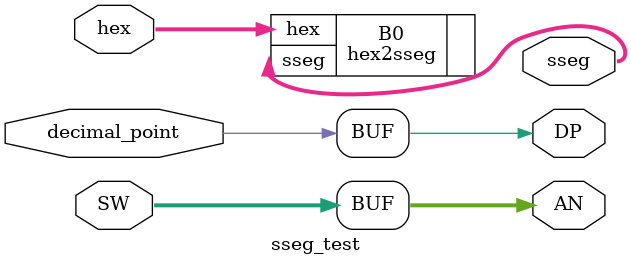
<source format=v>
`timescale 1ns / 1ps


module sseg_test(
    input [3:0] hex,
    input [7:0] SW,
    input decimal_point,
    output DP,
    output [7:0] AN,
    output [6:0] sseg    
    );
    
    assign AN = SW;
    assign DP = decimal_point; 
    
    hex2sseg B0 (
        .hex(hex),
        .sseg(sseg)
    );
    
endmodule

</source>
